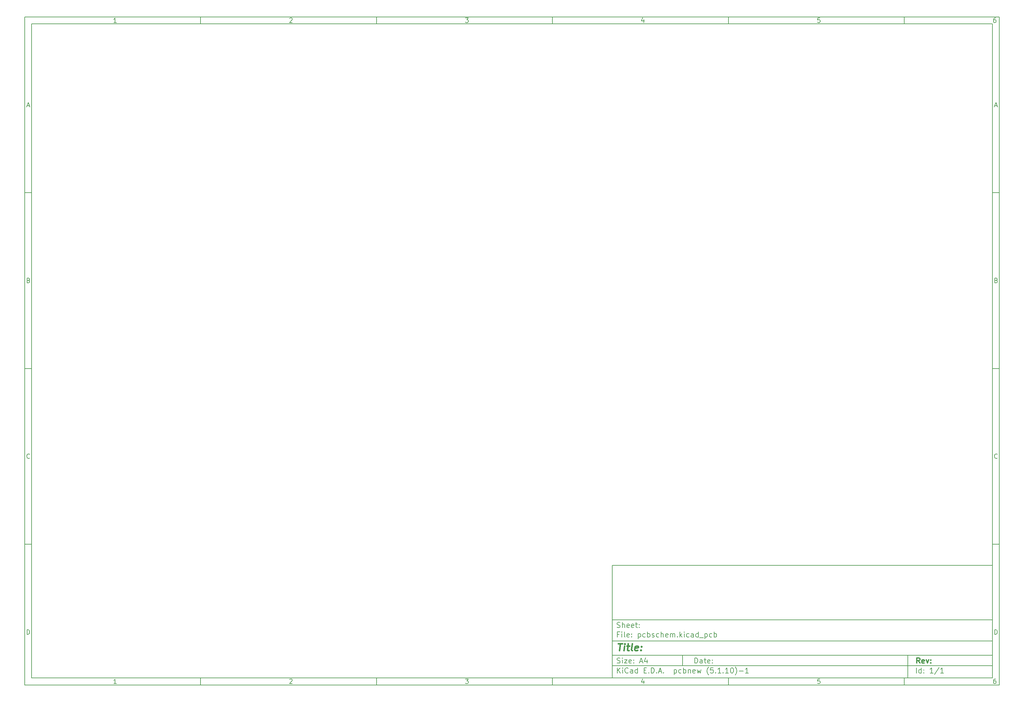
<source format=gbr>
%TF.GenerationSoftware,KiCad,Pcbnew,(5.1.10)-1*%
%TF.CreationDate,2021-10-11T22:16:09-07:00*%
%TF.ProjectId,pcbschem,70636273-6368-4656-9d2e-6b696361645f,rev?*%
%TF.SameCoordinates,Original*%
%TF.FileFunction,Glue,Bot*%
%TF.FilePolarity,Positive*%
%FSLAX46Y46*%
G04 Gerber Fmt 4.6, Leading zero omitted, Abs format (unit mm)*
G04 Created by KiCad (PCBNEW (5.1.10)-1) date 2021-10-11 22:16:09*
%MOMM*%
%LPD*%
G01*
G04 APERTURE LIST*
%ADD10C,0.100000*%
%ADD11C,0.150000*%
%ADD12C,0.300000*%
%ADD13C,0.400000*%
G04 APERTURE END LIST*
D10*
D11*
X177002200Y-166007200D02*
X177002200Y-198007200D01*
X285002200Y-198007200D01*
X285002200Y-166007200D01*
X177002200Y-166007200D01*
D10*
D11*
X10000000Y-10000000D02*
X10000000Y-200007200D01*
X287002200Y-200007200D01*
X287002200Y-10000000D01*
X10000000Y-10000000D01*
D10*
D11*
X12000000Y-12000000D02*
X12000000Y-198007200D01*
X285002200Y-198007200D01*
X285002200Y-12000000D01*
X12000000Y-12000000D01*
D10*
D11*
X60000000Y-12000000D02*
X60000000Y-10000000D01*
D10*
D11*
X110000000Y-12000000D02*
X110000000Y-10000000D01*
D10*
D11*
X160000000Y-12000000D02*
X160000000Y-10000000D01*
D10*
D11*
X210000000Y-12000000D02*
X210000000Y-10000000D01*
D10*
D11*
X260000000Y-12000000D02*
X260000000Y-10000000D01*
D10*
D11*
X36065476Y-11588095D02*
X35322619Y-11588095D01*
X35694047Y-11588095D02*
X35694047Y-10288095D01*
X35570238Y-10473809D01*
X35446428Y-10597619D01*
X35322619Y-10659523D01*
D10*
D11*
X85322619Y-10411904D02*
X85384523Y-10350000D01*
X85508333Y-10288095D01*
X85817857Y-10288095D01*
X85941666Y-10350000D01*
X86003571Y-10411904D01*
X86065476Y-10535714D01*
X86065476Y-10659523D01*
X86003571Y-10845238D01*
X85260714Y-11588095D01*
X86065476Y-11588095D01*
D10*
D11*
X135260714Y-10288095D02*
X136065476Y-10288095D01*
X135632142Y-10783333D01*
X135817857Y-10783333D01*
X135941666Y-10845238D01*
X136003571Y-10907142D01*
X136065476Y-11030952D01*
X136065476Y-11340476D01*
X136003571Y-11464285D01*
X135941666Y-11526190D01*
X135817857Y-11588095D01*
X135446428Y-11588095D01*
X135322619Y-11526190D01*
X135260714Y-11464285D01*
D10*
D11*
X185941666Y-10721428D02*
X185941666Y-11588095D01*
X185632142Y-10226190D02*
X185322619Y-11154761D01*
X186127380Y-11154761D01*
D10*
D11*
X236003571Y-10288095D02*
X235384523Y-10288095D01*
X235322619Y-10907142D01*
X235384523Y-10845238D01*
X235508333Y-10783333D01*
X235817857Y-10783333D01*
X235941666Y-10845238D01*
X236003571Y-10907142D01*
X236065476Y-11030952D01*
X236065476Y-11340476D01*
X236003571Y-11464285D01*
X235941666Y-11526190D01*
X235817857Y-11588095D01*
X235508333Y-11588095D01*
X235384523Y-11526190D01*
X235322619Y-11464285D01*
D10*
D11*
X285941666Y-10288095D02*
X285694047Y-10288095D01*
X285570238Y-10350000D01*
X285508333Y-10411904D01*
X285384523Y-10597619D01*
X285322619Y-10845238D01*
X285322619Y-11340476D01*
X285384523Y-11464285D01*
X285446428Y-11526190D01*
X285570238Y-11588095D01*
X285817857Y-11588095D01*
X285941666Y-11526190D01*
X286003571Y-11464285D01*
X286065476Y-11340476D01*
X286065476Y-11030952D01*
X286003571Y-10907142D01*
X285941666Y-10845238D01*
X285817857Y-10783333D01*
X285570238Y-10783333D01*
X285446428Y-10845238D01*
X285384523Y-10907142D01*
X285322619Y-11030952D01*
D10*
D11*
X60000000Y-198007200D02*
X60000000Y-200007200D01*
D10*
D11*
X110000000Y-198007200D02*
X110000000Y-200007200D01*
D10*
D11*
X160000000Y-198007200D02*
X160000000Y-200007200D01*
D10*
D11*
X210000000Y-198007200D02*
X210000000Y-200007200D01*
D10*
D11*
X260000000Y-198007200D02*
X260000000Y-200007200D01*
D10*
D11*
X36065476Y-199595295D02*
X35322619Y-199595295D01*
X35694047Y-199595295D02*
X35694047Y-198295295D01*
X35570238Y-198481009D01*
X35446428Y-198604819D01*
X35322619Y-198666723D01*
D10*
D11*
X85322619Y-198419104D02*
X85384523Y-198357200D01*
X85508333Y-198295295D01*
X85817857Y-198295295D01*
X85941666Y-198357200D01*
X86003571Y-198419104D01*
X86065476Y-198542914D01*
X86065476Y-198666723D01*
X86003571Y-198852438D01*
X85260714Y-199595295D01*
X86065476Y-199595295D01*
D10*
D11*
X135260714Y-198295295D02*
X136065476Y-198295295D01*
X135632142Y-198790533D01*
X135817857Y-198790533D01*
X135941666Y-198852438D01*
X136003571Y-198914342D01*
X136065476Y-199038152D01*
X136065476Y-199347676D01*
X136003571Y-199471485D01*
X135941666Y-199533390D01*
X135817857Y-199595295D01*
X135446428Y-199595295D01*
X135322619Y-199533390D01*
X135260714Y-199471485D01*
D10*
D11*
X185941666Y-198728628D02*
X185941666Y-199595295D01*
X185632142Y-198233390D02*
X185322619Y-199161961D01*
X186127380Y-199161961D01*
D10*
D11*
X236003571Y-198295295D02*
X235384523Y-198295295D01*
X235322619Y-198914342D01*
X235384523Y-198852438D01*
X235508333Y-198790533D01*
X235817857Y-198790533D01*
X235941666Y-198852438D01*
X236003571Y-198914342D01*
X236065476Y-199038152D01*
X236065476Y-199347676D01*
X236003571Y-199471485D01*
X235941666Y-199533390D01*
X235817857Y-199595295D01*
X235508333Y-199595295D01*
X235384523Y-199533390D01*
X235322619Y-199471485D01*
D10*
D11*
X285941666Y-198295295D02*
X285694047Y-198295295D01*
X285570238Y-198357200D01*
X285508333Y-198419104D01*
X285384523Y-198604819D01*
X285322619Y-198852438D01*
X285322619Y-199347676D01*
X285384523Y-199471485D01*
X285446428Y-199533390D01*
X285570238Y-199595295D01*
X285817857Y-199595295D01*
X285941666Y-199533390D01*
X286003571Y-199471485D01*
X286065476Y-199347676D01*
X286065476Y-199038152D01*
X286003571Y-198914342D01*
X285941666Y-198852438D01*
X285817857Y-198790533D01*
X285570238Y-198790533D01*
X285446428Y-198852438D01*
X285384523Y-198914342D01*
X285322619Y-199038152D01*
D10*
D11*
X10000000Y-60000000D02*
X12000000Y-60000000D01*
D10*
D11*
X10000000Y-110000000D02*
X12000000Y-110000000D01*
D10*
D11*
X10000000Y-160000000D02*
X12000000Y-160000000D01*
D10*
D11*
X10690476Y-35216666D02*
X11309523Y-35216666D01*
X10566666Y-35588095D02*
X11000000Y-34288095D01*
X11433333Y-35588095D01*
D10*
D11*
X11092857Y-84907142D02*
X11278571Y-84969047D01*
X11340476Y-85030952D01*
X11402380Y-85154761D01*
X11402380Y-85340476D01*
X11340476Y-85464285D01*
X11278571Y-85526190D01*
X11154761Y-85588095D01*
X10659523Y-85588095D01*
X10659523Y-84288095D01*
X11092857Y-84288095D01*
X11216666Y-84350000D01*
X11278571Y-84411904D01*
X11340476Y-84535714D01*
X11340476Y-84659523D01*
X11278571Y-84783333D01*
X11216666Y-84845238D01*
X11092857Y-84907142D01*
X10659523Y-84907142D01*
D10*
D11*
X11402380Y-135464285D02*
X11340476Y-135526190D01*
X11154761Y-135588095D01*
X11030952Y-135588095D01*
X10845238Y-135526190D01*
X10721428Y-135402380D01*
X10659523Y-135278571D01*
X10597619Y-135030952D01*
X10597619Y-134845238D01*
X10659523Y-134597619D01*
X10721428Y-134473809D01*
X10845238Y-134350000D01*
X11030952Y-134288095D01*
X11154761Y-134288095D01*
X11340476Y-134350000D01*
X11402380Y-134411904D01*
D10*
D11*
X10659523Y-185588095D02*
X10659523Y-184288095D01*
X10969047Y-184288095D01*
X11154761Y-184350000D01*
X11278571Y-184473809D01*
X11340476Y-184597619D01*
X11402380Y-184845238D01*
X11402380Y-185030952D01*
X11340476Y-185278571D01*
X11278571Y-185402380D01*
X11154761Y-185526190D01*
X10969047Y-185588095D01*
X10659523Y-185588095D01*
D10*
D11*
X287002200Y-60000000D02*
X285002200Y-60000000D01*
D10*
D11*
X287002200Y-110000000D02*
X285002200Y-110000000D01*
D10*
D11*
X287002200Y-160000000D02*
X285002200Y-160000000D01*
D10*
D11*
X285692676Y-35216666D02*
X286311723Y-35216666D01*
X285568866Y-35588095D02*
X286002200Y-34288095D01*
X286435533Y-35588095D01*
D10*
D11*
X286095057Y-84907142D02*
X286280771Y-84969047D01*
X286342676Y-85030952D01*
X286404580Y-85154761D01*
X286404580Y-85340476D01*
X286342676Y-85464285D01*
X286280771Y-85526190D01*
X286156961Y-85588095D01*
X285661723Y-85588095D01*
X285661723Y-84288095D01*
X286095057Y-84288095D01*
X286218866Y-84350000D01*
X286280771Y-84411904D01*
X286342676Y-84535714D01*
X286342676Y-84659523D01*
X286280771Y-84783333D01*
X286218866Y-84845238D01*
X286095057Y-84907142D01*
X285661723Y-84907142D01*
D10*
D11*
X286404580Y-135464285D02*
X286342676Y-135526190D01*
X286156961Y-135588095D01*
X286033152Y-135588095D01*
X285847438Y-135526190D01*
X285723628Y-135402380D01*
X285661723Y-135278571D01*
X285599819Y-135030952D01*
X285599819Y-134845238D01*
X285661723Y-134597619D01*
X285723628Y-134473809D01*
X285847438Y-134350000D01*
X286033152Y-134288095D01*
X286156961Y-134288095D01*
X286342676Y-134350000D01*
X286404580Y-134411904D01*
D10*
D11*
X285661723Y-185588095D02*
X285661723Y-184288095D01*
X285971247Y-184288095D01*
X286156961Y-184350000D01*
X286280771Y-184473809D01*
X286342676Y-184597619D01*
X286404580Y-184845238D01*
X286404580Y-185030952D01*
X286342676Y-185278571D01*
X286280771Y-185402380D01*
X286156961Y-185526190D01*
X285971247Y-185588095D01*
X285661723Y-185588095D01*
D10*
D11*
X200434342Y-193785771D02*
X200434342Y-192285771D01*
X200791485Y-192285771D01*
X201005771Y-192357200D01*
X201148628Y-192500057D01*
X201220057Y-192642914D01*
X201291485Y-192928628D01*
X201291485Y-193142914D01*
X201220057Y-193428628D01*
X201148628Y-193571485D01*
X201005771Y-193714342D01*
X200791485Y-193785771D01*
X200434342Y-193785771D01*
X202577200Y-193785771D02*
X202577200Y-193000057D01*
X202505771Y-192857200D01*
X202362914Y-192785771D01*
X202077200Y-192785771D01*
X201934342Y-192857200D01*
X202577200Y-193714342D02*
X202434342Y-193785771D01*
X202077200Y-193785771D01*
X201934342Y-193714342D01*
X201862914Y-193571485D01*
X201862914Y-193428628D01*
X201934342Y-193285771D01*
X202077200Y-193214342D01*
X202434342Y-193214342D01*
X202577200Y-193142914D01*
X203077200Y-192785771D02*
X203648628Y-192785771D01*
X203291485Y-192285771D02*
X203291485Y-193571485D01*
X203362914Y-193714342D01*
X203505771Y-193785771D01*
X203648628Y-193785771D01*
X204720057Y-193714342D02*
X204577200Y-193785771D01*
X204291485Y-193785771D01*
X204148628Y-193714342D01*
X204077200Y-193571485D01*
X204077200Y-193000057D01*
X204148628Y-192857200D01*
X204291485Y-192785771D01*
X204577200Y-192785771D01*
X204720057Y-192857200D01*
X204791485Y-193000057D01*
X204791485Y-193142914D01*
X204077200Y-193285771D01*
X205434342Y-193642914D02*
X205505771Y-193714342D01*
X205434342Y-193785771D01*
X205362914Y-193714342D01*
X205434342Y-193642914D01*
X205434342Y-193785771D01*
X205434342Y-192857200D02*
X205505771Y-192928628D01*
X205434342Y-193000057D01*
X205362914Y-192928628D01*
X205434342Y-192857200D01*
X205434342Y-193000057D01*
D10*
D11*
X177002200Y-194507200D02*
X285002200Y-194507200D01*
D10*
D11*
X178434342Y-196585771D02*
X178434342Y-195085771D01*
X179291485Y-196585771D02*
X178648628Y-195728628D01*
X179291485Y-195085771D02*
X178434342Y-195942914D01*
X179934342Y-196585771D02*
X179934342Y-195585771D01*
X179934342Y-195085771D02*
X179862914Y-195157200D01*
X179934342Y-195228628D01*
X180005771Y-195157200D01*
X179934342Y-195085771D01*
X179934342Y-195228628D01*
X181505771Y-196442914D02*
X181434342Y-196514342D01*
X181220057Y-196585771D01*
X181077200Y-196585771D01*
X180862914Y-196514342D01*
X180720057Y-196371485D01*
X180648628Y-196228628D01*
X180577200Y-195942914D01*
X180577200Y-195728628D01*
X180648628Y-195442914D01*
X180720057Y-195300057D01*
X180862914Y-195157200D01*
X181077200Y-195085771D01*
X181220057Y-195085771D01*
X181434342Y-195157200D01*
X181505771Y-195228628D01*
X182791485Y-196585771D02*
X182791485Y-195800057D01*
X182720057Y-195657200D01*
X182577200Y-195585771D01*
X182291485Y-195585771D01*
X182148628Y-195657200D01*
X182791485Y-196514342D02*
X182648628Y-196585771D01*
X182291485Y-196585771D01*
X182148628Y-196514342D01*
X182077200Y-196371485D01*
X182077200Y-196228628D01*
X182148628Y-196085771D01*
X182291485Y-196014342D01*
X182648628Y-196014342D01*
X182791485Y-195942914D01*
X184148628Y-196585771D02*
X184148628Y-195085771D01*
X184148628Y-196514342D02*
X184005771Y-196585771D01*
X183720057Y-196585771D01*
X183577200Y-196514342D01*
X183505771Y-196442914D01*
X183434342Y-196300057D01*
X183434342Y-195871485D01*
X183505771Y-195728628D01*
X183577200Y-195657200D01*
X183720057Y-195585771D01*
X184005771Y-195585771D01*
X184148628Y-195657200D01*
X186005771Y-195800057D02*
X186505771Y-195800057D01*
X186720057Y-196585771D02*
X186005771Y-196585771D01*
X186005771Y-195085771D01*
X186720057Y-195085771D01*
X187362914Y-196442914D02*
X187434342Y-196514342D01*
X187362914Y-196585771D01*
X187291485Y-196514342D01*
X187362914Y-196442914D01*
X187362914Y-196585771D01*
X188077200Y-196585771D02*
X188077200Y-195085771D01*
X188434342Y-195085771D01*
X188648628Y-195157200D01*
X188791485Y-195300057D01*
X188862914Y-195442914D01*
X188934342Y-195728628D01*
X188934342Y-195942914D01*
X188862914Y-196228628D01*
X188791485Y-196371485D01*
X188648628Y-196514342D01*
X188434342Y-196585771D01*
X188077200Y-196585771D01*
X189577200Y-196442914D02*
X189648628Y-196514342D01*
X189577200Y-196585771D01*
X189505771Y-196514342D01*
X189577200Y-196442914D01*
X189577200Y-196585771D01*
X190220057Y-196157200D02*
X190934342Y-196157200D01*
X190077200Y-196585771D02*
X190577200Y-195085771D01*
X191077200Y-196585771D01*
X191577200Y-196442914D02*
X191648628Y-196514342D01*
X191577200Y-196585771D01*
X191505771Y-196514342D01*
X191577200Y-196442914D01*
X191577200Y-196585771D01*
X194577200Y-195585771D02*
X194577200Y-197085771D01*
X194577200Y-195657200D02*
X194720057Y-195585771D01*
X195005771Y-195585771D01*
X195148628Y-195657200D01*
X195220057Y-195728628D01*
X195291485Y-195871485D01*
X195291485Y-196300057D01*
X195220057Y-196442914D01*
X195148628Y-196514342D01*
X195005771Y-196585771D01*
X194720057Y-196585771D01*
X194577200Y-196514342D01*
X196577200Y-196514342D02*
X196434342Y-196585771D01*
X196148628Y-196585771D01*
X196005771Y-196514342D01*
X195934342Y-196442914D01*
X195862914Y-196300057D01*
X195862914Y-195871485D01*
X195934342Y-195728628D01*
X196005771Y-195657200D01*
X196148628Y-195585771D01*
X196434342Y-195585771D01*
X196577200Y-195657200D01*
X197220057Y-196585771D02*
X197220057Y-195085771D01*
X197220057Y-195657200D02*
X197362914Y-195585771D01*
X197648628Y-195585771D01*
X197791485Y-195657200D01*
X197862914Y-195728628D01*
X197934342Y-195871485D01*
X197934342Y-196300057D01*
X197862914Y-196442914D01*
X197791485Y-196514342D01*
X197648628Y-196585771D01*
X197362914Y-196585771D01*
X197220057Y-196514342D01*
X198577200Y-195585771D02*
X198577200Y-196585771D01*
X198577200Y-195728628D02*
X198648628Y-195657200D01*
X198791485Y-195585771D01*
X199005771Y-195585771D01*
X199148628Y-195657200D01*
X199220057Y-195800057D01*
X199220057Y-196585771D01*
X200505771Y-196514342D02*
X200362914Y-196585771D01*
X200077200Y-196585771D01*
X199934342Y-196514342D01*
X199862914Y-196371485D01*
X199862914Y-195800057D01*
X199934342Y-195657200D01*
X200077200Y-195585771D01*
X200362914Y-195585771D01*
X200505771Y-195657200D01*
X200577200Y-195800057D01*
X200577200Y-195942914D01*
X199862914Y-196085771D01*
X201077200Y-195585771D02*
X201362914Y-196585771D01*
X201648628Y-195871485D01*
X201934342Y-196585771D01*
X202220057Y-195585771D01*
X204362914Y-197157200D02*
X204291485Y-197085771D01*
X204148628Y-196871485D01*
X204077200Y-196728628D01*
X204005771Y-196514342D01*
X203934342Y-196157200D01*
X203934342Y-195871485D01*
X204005771Y-195514342D01*
X204077200Y-195300057D01*
X204148628Y-195157200D01*
X204291485Y-194942914D01*
X204362914Y-194871485D01*
X205648628Y-195085771D02*
X204934342Y-195085771D01*
X204862914Y-195800057D01*
X204934342Y-195728628D01*
X205077200Y-195657200D01*
X205434342Y-195657200D01*
X205577200Y-195728628D01*
X205648628Y-195800057D01*
X205720057Y-195942914D01*
X205720057Y-196300057D01*
X205648628Y-196442914D01*
X205577200Y-196514342D01*
X205434342Y-196585771D01*
X205077200Y-196585771D01*
X204934342Y-196514342D01*
X204862914Y-196442914D01*
X206362914Y-196442914D02*
X206434342Y-196514342D01*
X206362914Y-196585771D01*
X206291485Y-196514342D01*
X206362914Y-196442914D01*
X206362914Y-196585771D01*
X207862914Y-196585771D02*
X207005771Y-196585771D01*
X207434342Y-196585771D02*
X207434342Y-195085771D01*
X207291485Y-195300057D01*
X207148628Y-195442914D01*
X207005771Y-195514342D01*
X208505771Y-196442914D02*
X208577200Y-196514342D01*
X208505771Y-196585771D01*
X208434342Y-196514342D01*
X208505771Y-196442914D01*
X208505771Y-196585771D01*
X210005771Y-196585771D02*
X209148628Y-196585771D01*
X209577200Y-196585771D02*
X209577200Y-195085771D01*
X209434342Y-195300057D01*
X209291485Y-195442914D01*
X209148628Y-195514342D01*
X210934342Y-195085771D02*
X211077200Y-195085771D01*
X211220057Y-195157200D01*
X211291485Y-195228628D01*
X211362914Y-195371485D01*
X211434342Y-195657200D01*
X211434342Y-196014342D01*
X211362914Y-196300057D01*
X211291485Y-196442914D01*
X211220057Y-196514342D01*
X211077200Y-196585771D01*
X210934342Y-196585771D01*
X210791485Y-196514342D01*
X210720057Y-196442914D01*
X210648628Y-196300057D01*
X210577200Y-196014342D01*
X210577200Y-195657200D01*
X210648628Y-195371485D01*
X210720057Y-195228628D01*
X210791485Y-195157200D01*
X210934342Y-195085771D01*
X211934342Y-197157200D02*
X212005771Y-197085771D01*
X212148628Y-196871485D01*
X212220057Y-196728628D01*
X212291485Y-196514342D01*
X212362914Y-196157200D01*
X212362914Y-195871485D01*
X212291485Y-195514342D01*
X212220057Y-195300057D01*
X212148628Y-195157200D01*
X212005771Y-194942914D01*
X211934342Y-194871485D01*
X213077200Y-196014342D02*
X214220057Y-196014342D01*
X215720057Y-196585771D02*
X214862914Y-196585771D01*
X215291485Y-196585771D02*
X215291485Y-195085771D01*
X215148628Y-195300057D01*
X215005771Y-195442914D01*
X214862914Y-195514342D01*
D10*
D11*
X177002200Y-191507200D02*
X285002200Y-191507200D01*
D10*
D12*
X264411485Y-193785771D02*
X263911485Y-193071485D01*
X263554342Y-193785771D02*
X263554342Y-192285771D01*
X264125771Y-192285771D01*
X264268628Y-192357200D01*
X264340057Y-192428628D01*
X264411485Y-192571485D01*
X264411485Y-192785771D01*
X264340057Y-192928628D01*
X264268628Y-193000057D01*
X264125771Y-193071485D01*
X263554342Y-193071485D01*
X265625771Y-193714342D02*
X265482914Y-193785771D01*
X265197200Y-193785771D01*
X265054342Y-193714342D01*
X264982914Y-193571485D01*
X264982914Y-193000057D01*
X265054342Y-192857200D01*
X265197200Y-192785771D01*
X265482914Y-192785771D01*
X265625771Y-192857200D01*
X265697200Y-193000057D01*
X265697200Y-193142914D01*
X264982914Y-193285771D01*
X266197200Y-192785771D02*
X266554342Y-193785771D01*
X266911485Y-192785771D01*
X267482914Y-193642914D02*
X267554342Y-193714342D01*
X267482914Y-193785771D01*
X267411485Y-193714342D01*
X267482914Y-193642914D01*
X267482914Y-193785771D01*
X267482914Y-192857200D02*
X267554342Y-192928628D01*
X267482914Y-193000057D01*
X267411485Y-192928628D01*
X267482914Y-192857200D01*
X267482914Y-193000057D01*
D10*
D11*
X178362914Y-193714342D02*
X178577200Y-193785771D01*
X178934342Y-193785771D01*
X179077200Y-193714342D01*
X179148628Y-193642914D01*
X179220057Y-193500057D01*
X179220057Y-193357200D01*
X179148628Y-193214342D01*
X179077200Y-193142914D01*
X178934342Y-193071485D01*
X178648628Y-193000057D01*
X178505771Y-192928628D01*
X178434342Y-192857200D01*
X178362914Y-192714342D01*
X178362914Y-192571485D01*
X178434342Y-192428628D01*
X178505771Y-192357200D01*
X178648628Y-192285771D01*
X179005771Y-192285771D01*
X179220057Y-192357200D01*
X179862914Y-193785771D02*
X179862914Y-192785771D01*
X179862914Y-192285771D02*
X179791485Y-192357200D01*
X179862914Y-192428628D01*
X179934342Y-192357200D01*
X179862914Y-192285771D01*
X179862914Y-192428628D01*
X180434342Y-192785771D02*
X181220057Y-192785771D01*
X180434342Y-193785771D01*
X181220057Y-193785771D01*
X182362914Y-193714342D02*
X182220057Y-193785771D01*
X181934342Y-193785771D01*
X181791485Y-193714342D01*
X181720057Y-193571485D01*
X181720057Y-193000057D01*
X181791485Y-192857200D01*
X181934342Y-192785771D01*
X182220057Y-192785771D01*
X182362914Y-192857200D01*
X182434342Y-193000057D01*
X182434342Y-193142914D01*
X181720057Y-193285771D01*
X183077200Y-193642914D02*
X183148628Y-193714342D01*
X183077200Y-193785771D01*
X183005771Y-193714342D01*
X183077200Y-193642914D01*
X183077200Y-193785771D01*
X183077200Y-192857200D02*
X183148628Y-192928628D01*
X183077200Y-193000057D01*
X183005771Y-192928628D01*
X183077200Y-192857200D01*
X183077200Y-193000057D01*
X184862914Y-193357200D02*
X185577200Y-193357200D01*
X184720057Y-193785771D02*
X185220057Y-192285771D01*
X185720057Y-193785771D01*
X186862914Y-192785771D02*
X186862914Y-193785771D01*
X186505771Y-192214342D02*
X186148628Y-193285771D01*
X187077200Y-193285771D01*
D10*
D11*
X263434342Y-196585771D02*
X263434342Y-195085771D01*
X264791485Y-196585771D02*
X264791485Y-195085771D01*
X264791485Y-196514342D02*
X264648628Y-196585771D01*
X264362914Y-196585771D01*
X264220057Y-196514342D01*
X264148628Y-196442914D01*
X264077200Y-196300057D01*
X264077200Y-195871485D01*
X264148628Y-195728628D01*
X264220057Y-195657200D01*
X264362914Y-195585771D01*
X264648628Y-195585771D01*
X264791485Y-195657200D01*
X265505771Y-196442914D02*
X265577200Y-196514342D01*
X265505771Y-196585771D01*
X265434342Y-196514342D01*
X265505771Y-196442914D01*
X265505771Y-196585771D01*
X265505771Y-195657200D02*
X265577200Y-195728628D01*
X265505771Y-195800057D01*
X265434342Y-195728628D01*
X265505771Y-195657200D01*
X265505771Y-195800057D01*
X268148628Y-196585771D02*
X267291485Y-196585771D01*
X267720057Y-196585771D02*
X267720057Y-195085771D01*
X267577200Y-195300057D01*
X267434342Y-195442914D01*
X267291485Y-195514342D01*
X269862914Y-195014342D02*
X268577200Y-196942914D01*
X271148628Y-196585771D02*
X270291485Y-196585771D01*
X270720057Y-196585771D02*
X270720057Y-195085771D01*
X270577200Y-195300057D01*
X270434342Y-195442914D01*
X270291485Y-195514342D01*
D10*
D11*
X177002200Y-187507200D02*
X285002200Y-187507200D01*
D10*
D13*
X178714580Y-188211961D02*
X179857438Y-188211961D01*
X179036009Y-190211961D02*
X179286009Y-188211961D01*
X180274104Y-190211961D02*
X180440771Y-188878628D01*
X180524104Y-188211961D02*
X180416961Y-188307200D01*
X180500295Y-188402438D01*
X180607438Y-188307200D01*
X180524104Y-188211961D01*
X180500295Y-188402438D01*
X181107438Y-188878628D02*
X181869342Y-188878628D01*
X181476485Y-188211961D02*
X181262200Y-189926247D01*
X181333628Y-190116723D01*
X181512200Y-190211961D01*
X181702676Y-190211961D01*
X182655057Y-190211961D02*
X182476485Y-190116723D01*
X182405057Y-189926247D01*
X182619342Y-188211961D01*
X184190771Y-190116723D02*
X183988390Y-190211961D01*
X183607438Y-190211961D01*
X183428866Y-190116723D01*
X183357438Y-189926247D01*
X183452676Y-189164342D01*
X183571723Y-188973866D01*
X183774104Y-188878628D01*
X184155057Y-188878628D01*
X184333628Y-188973866D01*
X184405057Y-189164342D01*
X184381247Y-189354819D01*
X183405057Y-189545295D01*
X185155057Y-190021485D02*
X185238390Y-190116723D01*
X185131247Y-190211961D01*
X185047914Y-190116723D01*
X185155057Y-190021485D01*
X185131247Y-190211961D01*
X185286009Y-188973866D02*
X185369342Y-189069104D01*
X185262200Y-189164342D01*
X185178866Y-189069104D01*
X185286009Y-188973866D01*
X185262200Y-189164342D01*
D10*
D11*
X178934342Y-185600057D02*
X178434342Y-185600057D01*
X178434342Y-186385771D02*
X178434342Y-184885771D01*
X179148628Y-184885771D01*
X179720057Y-186385771D02*
X179720057Y-185385771D01*
X179720057Y-184885771D02*
X179648628Y-184957200D01*
X179720057Y-185028628D01*
X179791485Y-184957200D01*
X179720057Y-184885771D01*
X179720057Y-185028628D01*
X180648628Y-186385771D02*
X180505771Y-186314342D01*
X180434342Y-186171485D01*
X180434342Y-184885771D01*
X181791485Y-186314342D02*
X181648628Y-186385771D01*
X181362914Y-186385771D01*
X181220057Y-186314342D01*
X181148628Y-186171485D01*
X181148628Y-185600057D01*
X181220057Y-185457200D01*
X181362914Y-185385771D01*
X181648628Y-185385771D01*
X181791485Y-185457200D01*
X181862914Y-185600057D01*
X181862914Y-185742914D01*
X181148628Y-185885771D01*
X182505771Y-186242914D02*
X182577200Y-186314342D01*
X182505771Y-186385771D01*
X182434342Y-186314342D01*
X182505771Y-186242914D01*
X182505771Y-186385771D01*
X182505771Y-185457200D02*
X182577200Y-185528628D01*
X182505771Y-185600057D01*
X182434342Y-185528628D01*
X182505771Y-185457200D01*
X182505771Y-185600057D01*
X184362914Y-185385771D02*
X184362914Y-186885771D01*
X184362914Y-185457200D02*
X184505771Y-185385771D01*
X184791485Y-185385771D01*
X184934342Y-185457200D01*
X185005771Y-185528628D01*
X185077200Y-185671485D01*
X185077200Y-186100057D01*
X185005771Y-186242914D01*
X184934342Y-186314342D01*
X184791485Y-186385771D01*
X184505771Y-186385771D01*
X184362914Y-186314342D01*
X186362914Y-186314342D02*
X186220057Y-186385771D01*
X185934342Y-186385771D01*
X185791485Y-186314342D01*
X185720057Y-186242914D01*
X185648628Y-186100057D01*
X185648628Y-185671485D01*
X185720057Y-185528628D01*
X185791485Y-185457200D01*
X185934342Y-185385771D01*
X186220057Y-185385771D01*
X186362914Y-185457200D01*
X187005771Y-186385771D02*
X187005771Y-184885771D01*
X187005771Y-185457200D02*
X187148628Y-185385771D01*
X187434342Y-185385771D01*
X187577200Y-185457200D01*
X187648628Y-185528628D01*
X187720057Y-185671485D01*
X187720057Y-186100057D01*
X187648628Y-186242914D01*
X187577200Y-186314342D01*
X187434342Y-186385771D01*
X187148628Y-186385771D01*
X187005771Y-186314342D01*
X188291485Y-186314342D02*
X188434342Y-186385771D01*
X188720057Y-186385771D01*
X188862914Y-186314342D01*
X188934342Y-186171485D01*
X188934342Y-186100057D01*
X188862914Y-185957200D01*
X188720057Y-185885771D01*
X188505771Y-185885771D01*
X188362914Y-185814342D01*
X188291485Y-185671485D01*
X188291485Y-185600057D01*
X188362914Y-185457200D01*
X188505771Y-185385771D01*
X188720057Y-185385771D01*
X188862914Y-185457200D01*
X190220057Y-186314342D02*
X190077200Y-186385771D01*
X189791485Y-186385771D01*
X189648628Y-186314342D01*
X189577200Y-186242914D01*
X189505771Y-186100057D01*
X189505771Y-185671485D01*
X189577200Y-185528628D01*
X189648628Y-185457200D01*
X189791485Y-185385771D01*
X190077200Y-185385771D01*
X190220057Y-185457200D01*
X190862914Y-186385771D02*
X190862914Y-184885771D01*
X191505771Y-186385771D02*
X191505771Y-185600057D01*
X191434342Y-185457200D01*
X191291485Y-185385771D01*
X191077200Y-185385771D01*
X190934342Y-185457200D01*
X190862914Y-185528628D01*
X192791485Y-186314342D02*
X192648628Y-186385771D01*
X192362914Y-186385771D01*
X192220057Y-186314342D01*
X192148628Y-186171485D01*
X192148628Y-185600057D01*
X192220057Y-185457200D01*
X192362914Y-185385771D01*
X192648628Y-185385771D01*
X192791485Y-185457200D01*
X192862914Y-185600057D01*
X192862914Y-185742914D01*
X192148628Y-185885771D01*
X193505771Y-186385771D02*
X193505771Y-185385771D01*
X193505771Y-185528628D02*
X193577200Y-185457200D01*
X193720057Y-185385771D01*
X193934342Y-185385771D01*
X194077200Y-185457200D01*
X194148628Y-185600057D01*
X194148628Y-186385771D01*
X194148628Y-185600057D02*
X194220057Y-185457200D01*
X194362914Y-185385771D01*
X194577200Y-185385771D01*
X194720057Y-185457200D01*
X194791485Y-185600057D01*
X194791485Y-186385771D01*
X195505771Y-186242914D02*
X195577200Y-186314342D01*
X195505771Y-186385771D01*
X195434342Y-186314342D01*
X195505771Y-186242914D01*
X195505771Y-186385771D01*
X196220057Y-186385771D02*
X196220057Y-184885771D01*
X196362914Y-185814342D02*
X196791485Y-186385771D01*
X196791485Y-185385771D02*
X196220057Y-185957200D01*
X197434342Y-186385771D02*
X197434342Y-185385771D01*
X197434342Y-184885771D02*
X197362914Y-184957200D01*
X197434342Y-185028628D01*
X197505771Y-184957200D01*
X197434342Y-184885771D01*
X197434342Y-185028628D01*
X198791485Y-186314342D02*
X198648628Y-186385771D01*
X198362914Y-186385771D01*
X198220057Y-186314342D01*
X198148628Y-186242914D01*
X198077200Y-186100057D01*
X198077200Y-185671485D01*
X198148628Y-185528628D01*
X198220057Y-185457200D01*
X198362914Y-185385771D01*
X198648628Y-185385771D01*
X198791485Y-185457200D01*
X200077200Y-186385771D02*
X200077200Y-185600057D01*
X200005771Y-185457200D01*
X199862914Y-185385771D01*
X199577200Y-185385771D01*
X199434342Y-185457200D01*
X200077200Y-186314342D02*
X199934342Y-186385771D01*
X199577200Y-186385771D01*
X199434342Y-186314342D01*
X199362914Y-186171485D01*
X199362914Y-186028628D01*
X199434342Y-185885771D01*
X199577200Y-185814342D01*
X199934342Y-185814342D01*
X200077200Y-185742914D01*
X201434342Y-186385771D02*
X201434342Y-184885771D01*
X201434342Y-186314342D02*
X201291485Y-186385771D01*
X201005771Y-186385771D01*
X200862914Y-186314342D01*
X200791485Y-186242914D01*
X200720057Y-186100057D01*
X200720057Y-185671485D01*
X200791485Y-185528628D01*
X200862914Y-185457200D01*
X201005771Y-185385771D01*
X201291485Y-185385771D01*
X201434342Y-185457200D01*
X201791485Y-186528628D02*
X202934342Y-186528628D01*
X203291485Y-185385771D02*
X203291485Y-186885771D01*
X203291485Y-185457200D02*
X203434342Y-185385771D01*
X203720057Y-185385771D01*
X203862914Y-185457200D01*
X203934342Y-185528628D01*
X204005771Y-185671485D01*
X204005771Y-186100057D01*
X203934342Y-186242914D01*
X203862914Y-186314342D01*
X203720057Y-186385771D01*
X203434342Y-186385771D01*
X203291485Y-186314342D01*
X205291485Y-186314342D02*
X205148628Y-186385771D01*
X204862914Y-186385771D01*
X204720057Y-186314342D01*
X204648628Y-186242914D01*
X204577200Y-186100057D01*
X204577200Y-185671485D01*
X204648628Y-185528628D01*
X204720057Y-185457200D01*
X204862914Y-185385771D01*
X205148628Y-185385771D01*
X205291485Y-185457200D01*
X205934342Y-186385771D02*
X205934342Y-184885771D01*
X205934342Y-185457200D02*
X206077200Y-185385771D01*
X206362914Y-185385771D01*
X206505771Y-185457200D01*
X206577200Y-185528628D01*
X206648628Y-185671485D01*
X206648628Y-186100057D01*
X206577200Y-186242914D01*
X206505771Y-186314342D01*
X206362914Y-186385771D01*
X206077200Y-186385771D01*
X205934342Y-186314342D01*
D10*
D11*
X177002200Y-181507200D02*
X285002200Y-181507200D01*
D10*
D11*
X178362914Y-183614342D02*
X178577200Y-183685771D01*
X178934342Y-183685771D01*
X179077200Y-183614342D01*
X179148628Y-183542914D01*
X179220057Y-183400057D01*
X179220057Y-183257200D01*
X179148628Y-183114342D01*
X179077200Y-183042914D01*
X178934342Y-182971485D01*
X178648628Y-182900057D01*
X178505771Y-182828628D01*
X178434342Y-182757200D01*
X178362914Y-182614342D01*
X178362914Y-182471485D01*
X178434342Y-182328628D01*
X178505771Y-182257200D01*
X178648628Y-182185771D01*
X179005771Y-182185771D01*
X179220057Y-182257200D01*
X179862914Y-183685771D02*
X179862914Y-182185771D01*
X180505771Y-183685771D02*
X180505771Y-182900057D01*
X180434342Y-182757200D01*
X180291485Y-182685771D01*
X180077200Y-182685771D01*
X179934342Y-182757200D01*
X179862914Y-182828628D01*
X181791485Y-183614342D02*
X181648628Y-183685771D01*
X181362914Y-183685771D01*
X181220057Y-183614342D01*
X181148628Y-183471485D01*
X181148628Y-182900057D01*
X181220057Y-182757200D01*
X181362914Y-182685771D01*
X181648628Y-182685771D01*
X181791485Y-182757200D01*
X181862914Y-182900057D01*
X181862914Y-183042914D01*
X181148628Y-183185771D01*
X183077200Y-183614342D02*
X182934342Y-183685771D01*
X182648628Y-183685771D01*
X182505771Y-183614342D01*
X182434342Y-183471485D01*
X182434342Y-182900057D01*
X182505771Y-182757200D01*
X182648628Y-182685771D01*
X182934342Y-182685771D01*
X183077200Y-182757200D01*
X183148628Y-182900057D01*
X183148628Y-183042914D01*
X182434342Y-183185771D01*
X183577200Y-182685771D02*
X184148628Y-182685771D01*
X183791485Y-182185771D02*
X183791485Y-183471485D01*
X183862914Y-183614342D01*
X184005771Y-183685771D01*
X184148628Y-183685771D01*
X184648628Y-183542914D02*
X184720057Y-183614342D01*
X184648628Y-183685771D01*
X184577200Y-183614342D01*
X184648628Y-183542914D01*
X184648628Y-183685771D01*
X184648628Y-182757200D02*
X184720057Y-182828628D01*
X184648628Y-182900057D01*
X184577200Y-182828628D01*
X184648628Y-182757200D01*
X184648628Y-182900057D01*
D10*
D11*
X197002200Y-191507200D02*
X197002200Y-194507200D01*
D10*
D11*
X261002200Y-191507200D02*
X261002200Y-198007200D01*
M02*

</source>
